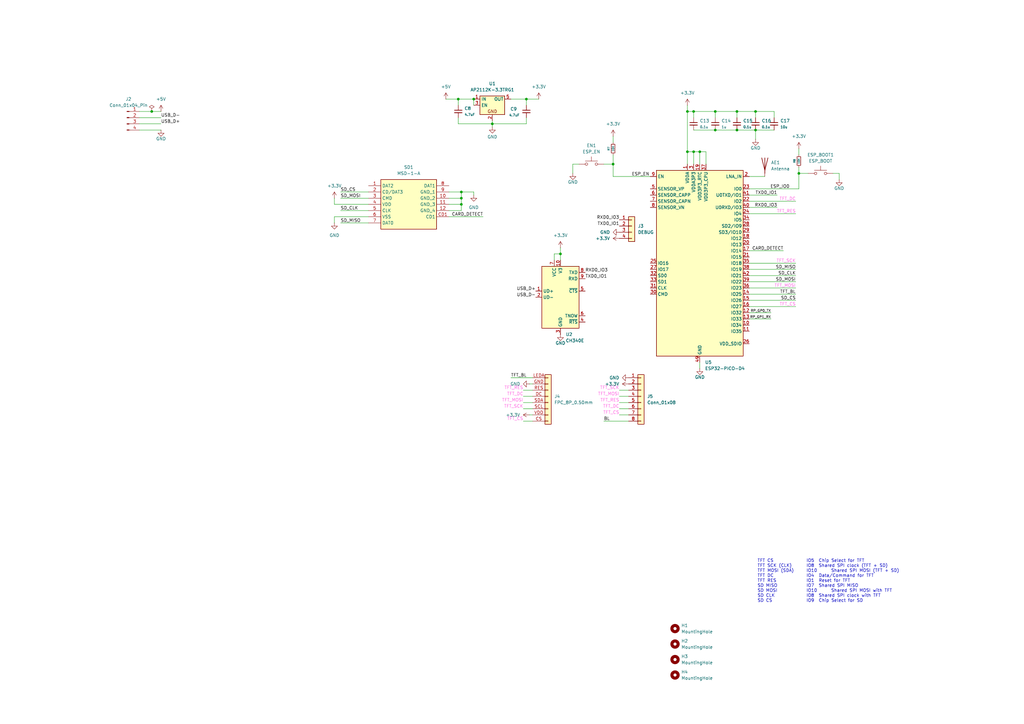
<source format=kicad_sch>
(kicad_sch (version 20250114) (generator "eeschema") (generator_version "9.0")
  (paper "A3")
  (lib_symbols
    (symbol "Connector:Conn_01x04_Pin" (pin_names (offset 1.016) (hide yes))
      (property "Reference" "J" (at 0 5.08 0))
      (property "Value" "Conn_01x04_Pin" (at 0 -7.62 0))
      (symbol "Conn_01x04_Pin_1_1"
        (rectangle (start 0.8636 2.667) (end 0 2.413) (stroke (width 0.1524)) (fill (type outline)))
        (rectangle (start 0.8636 0.127) (end 0 -0.127) (stroke (width 0.1524)) (fill (type outline)))
        (rectangle (start 0.8636 -2.413) (end 0 -2.667) (stroke (width 0.1524)) (fill (type outline)))
        (rectangle (start 0.8636 -4.953) (end 0 -5.207) (stroke (width 0.1524)) (fill (type outline)))
        (polyline (pts (xy 1.27 2.54) (xy 0.8636 2.54)) (stroke (width 0.1524)))
        (polyline (pts (xy 1.27 0) (xy 0.8636 0)) (stroke (width 0.1524)))
        (polyline (pts (xy 1.27 -2.54) (xy 0.8636 -2.54)) (stroke (width 0.1524)))
        (polyline (pts (xy 1.27 -5.08) (xy 0.8636 -5.08)) (stroke (width 0.1524)))
        (pin passive line (at 5.08 2.54 180) (length 3.81) (name "Pin_1") (number "1"))
        (pin passive line (at 5.08 0 180) (length 3.81) (name "Pin_2") (number "2"))
        (pin passive line (at 5.08 -2.54 180) (length 3.81) (name "Pin_3") (number "3"))
        (pin passive line (at 5.08 -5.08 180) (length 3.81) (name "Pin_4") (number "4"))
      )
    )
    (symbol "Device:Antenna" (pin_numbers (hide yes)) (pin_names (offset 1.016) (hide yes))
      (property "Reference" "AE" (at -1.905 1.905 0))
      (property "Value" "Antenna" (at -1.905 0 0))
      (symbol "Antenna_0_1"
        (polyline (pts (xy 0 2.54) (xy 0 -3.81)) (stroke (width 0.254)))
        (polyline (pts (xy 1.27 2.54) (xy 0 -2.54) (xy -1.27 2.54)) (stroke (width 0.254)))
      )
      (symbol "Antenna_1_1"
        (pin input line (at 0 -5.08 90) (length 2.54) (name "A") (number "1"))
      )
    )
    (symbol "Interface_USB:CH340E"
      (property "Reference" "U" (at -5.08 13.97 0))
      (property "Value" "CH340E" (at 1.27 13.97 0))
      (symbol "CH340E_0_1"
        (rectangle (start -7.62 12.7) (end 7.62 -12.7) (stroke (width 0.254)) (fill (type background)))
      )
      (symbol "CH340E_1_1"
        (pin bidirectional line (at -10.16 2.54 0) (length 2.54) (name "UD+") (number "1"))
        (pin bidirectional line (at -10.16 0 0) (length 2.54) (name "UD-") (number "2"))
        (pin power_in line (at -2.54 15.24 270) (length 2.54) (name "VCC") (number "7"))
        (pin power_out line (at 0 15.24 270) (length 2.54) (name "V3") (number "10"))
        (pin power_in line (at 0 -15.24 90) (length 2.54) (name "GND") (number "3"))
        (pin output line (at 10.16 10.16 180) (length 2.54) (name "TXD") (number "8"))
        (pin input line (at 10.16 7.62 180) (length 2.54) (name "RXD") (number "9"))
        (pin input line (at 10.16 2.54 180) (length 2.54) (name "~{CTS}") (number "5"))
        (pin output line (at 10.16 -7.62 180) (length 2.54) (name "TNOW") (number "6"))
        (pin output line (at 10.16 -10.16 180) (length 2.54) (name "~{RTS}") (number "4"))
      )
    )
    (symbol "MCU_Espressif:ESP32-PICO-D4"
      (property "Reference" "U" (at -17.78 39.37 0))
      (property "Value" "ESP32-PICO-D4" (at 3.81 39.37 0))
      (symbol "ESP32-PICO-D4_0_0"
        (pin input line (at -20.32 35.56 0) (length 2.54) (name "EN") (number "9"))
        (pin input line (at -20.32 30.48 0) (length 2.54) (name "SENSOR_VP") (number "5"))
        (pin input line (at -20.32 27.94 0) (length 2.54) (name "SENSOR_CAPP") (number "6"))
        (pin input line (at -20.32 25.4 0) (length 2.54) (name "SENSOR_CAPN") (number "7"))
        (pin input line (at -20.32 22.86 0) (length 2.54) (name "SENSOR_VN") (number "8"))
        (pin bidirectional line (at -20.32 0 0) (length 2.54) (name "IO16") (number "25"))
        (pin bidirectional line (at -20.32 -2.54 0) (length 2.54) (name "IO17") (number "27"))
        (pin bidirectional line (at -20.32 -5.08 0) (length 2.54) (name "SD0") (number "32"))
        (pin bidirectional line (at -20.32 -7.62 0) (length 2.54) (name "SD1") (number "33"))
        (pin bidirectional line (at -20.32 -10.16 0) (length 2.54) (name "CLK") (number "31"))
        (pin bidirectional line (at -20.32 -12.7 0) (length 2.54) (name "CMD") (number "30"))
        (pin no_connect line (at -17.78 -25.4 0) (length 2.54) (hide yes) (name "XTAL_N_NC") (number "44"))
        (pin no_connect line (at -17.78 -27.94 0) (length 2.54) (hide yes) (name "XTAL_P_NC") (number "45"))
        (pin no_connect line (at -17.78 -30.48 0) (length 2.54) (hide yes) (name "CAP2_NC") (number "47"))
        (pin no_connect line (at -17.78 -33.02 0) (length 2.54) (hide yes) (name "CAP1_NC") (number "48"))
        (pin power_in line (at -5.08 40.64 270) (length 2.54) (name "VDDA") (number "1"))
        (pin passive line (at -5.08 40.64 270) (length 2.54) (hide yes) (name "VDDA") (number "43"))
        (pin passive line (at -5.08 40.64 270) (length 2.54) (hide yes) (name "VDDA") (number "46"))
        (pin power_in line (at -2.54 40.64 270) (length 2.54) (name "VDDA3P3") (number "3"))
        (pin passive line (at -2.54 40.64 270) (length 2.54) (hide yes) (name "VDDA3P3") (number "4"))
        (pin power_in line (at 0 40.64 270) (length 2.54) (name "VDD3P3_RTC") (number "19"))
        (pin power_in line (at 0 -40.64 90) (length 2.54) (name "GND") (number "49"))
        (pin power_in line (at 2.54 40.64 270) (length 2.54) (name "VDD3P3_CPU") (number "37"))
        (pin bidirectional line (at 20.32 35.56 180) (length 2.54) (name "LNA_IN") (number "2"))
        (pin bidirectional line (at 20.32 30.48 180) (length 2.54) (name "IO0") (number "23"))
        (pin bidirectional line (at 20.32 27.94 180) (length 2.54) (name "U0TXD/IO1") (number "41"))
        (pin bidirectional line (at 20.32 25.4 180) (length 2.54) (name "IO2") (number "22"))
        (pin bidirectional line (at 20.32 22.86 180) (length 2.54) (name "U0RXD/IO3") (number "40"))
        (pin bidirectional line (at 20.32 20.32 180) (length 2.54) (name "IO4") (number "24"))
        (pin bidirectional line (at 20.32 17.78 180) (length 2.54) (name "IO5") (number "34"))
        (pin bidirectional line (at 20.32 15.24 180) (length 2.54) (name "SD2/IO9") (number "28"))
        (pin bidirectional line (at 20.32 12.7 180) (length 2.54) (name "SD3/IO10") (number "29"))
        (pin bidirectional line (at 20.32 10.16 180) (length 2.54) (name "IO12") (number "18"))
        (pin bidirectional line (at 20.32 7.62 180) (length 2.54) (name "IO13") (number "20"))
        (pin bidirectional line (at 20.32 5.08 180) (length 2.54) (name "IO14") (number "17"))
        (pin bidirectional line (at 20.32 2.54 180) (length 2.54) (name "IO15") (number "21"))
        (pin bidirectional line (at 20.32 0 180) (length 2.54) (name "IO18") (number "35"))
        (pin bidirectional line (at 20.32 -2.54 180) (length 2.54) (name "IO19") (number "38"))
        (pin bidirectional line (at 20.32 -5.08 180) (length 2.54) (name "IO21") (number "42"))
        (pin bidirectional line (at 20.32 -7.62 180) (length 2.54) (name "IO22") (number "39"))
        (pin bidirectional line (at 20.32 -10.16 180) (length 2.54) (name "IO23") (number "36"))
        (pin bidirectional line (at 20.32 -12.7 180) (length 2.54) (name "IO25") (number "14"))
        (pin bidirectional line (at 20.32 -15.24 180) (length 2.54) (name "IO26") (number "15"))
        (pin bidirectional line (at 20.32 -17.78 180) (length 2.54) (name "IO27") (number "16"))
        (pin bidirectional line (at 20.32 -20.32 180) (length 2.54) (name "IO32") (number "12"))
        (pin bidirectional line (at 20.32 -22.86 180) (length 2.54) (name "IO33") (number "13"))
        (pin input line (at 20.32 -25.4 180) (length 2.54) (name "IO34") (number "10"))
        (pin input line (at 20.32 -27.94 180) (length 2.54) (name "IO35") (number "11"))
        (pin power_out line (at 20.32 -33.02 180) (length 2.54) (name "VDD_SDIO") (number "26"))
      )
      (symbol "ESP32-PICO-D4_0_1"
        (rectangle (start -17.78 38.1) (end 17.78 -38.1) (stroke (width 0.254)) (fill (type background)))
      )
    )
    (symbol "MSD-1-A:MSD-1-A"
      (property "Reference" "J" (at 29.21 7.62 0))
      (property "Value" "MSD-1-A" (at 29.21 5.08 0))
      (symbol "MSD-1-A_1_1"
        (rectangle (start 5.08 2.54) (end 27.94 -17.78) (stroke (width 0.254)) (fill (type background)))
        (pin passive line (at 0 0 0) (length 5.08) (name "DAT2") (number "1"))
        (pin passive line (at 0 -2.54 0) (length 5.08) (name "CD/DAT3") (number "2"))
        (pin passive line (at 0 -5.08 0) (length 5.08) (name "CMD") (number "3"))
        (pin passive line (at 0 -7.62 0) (length 5.08) (name "VDD") (number "4"))
        (pin passive line (at 0 -10.16 0) (length 5.08) (name "CLK") (number "5"))
        (pin passive line (at 0 -12.7 0) (length 5.08) (name "VSS") (number "6"))
        (pin passive line (at 0 -15.24 0) (length 5.08) (name "DAT0") (number "7"))
        (pin passive line (at 33.02 0 180) (length 5.08) (name "DAT1") (number "8"))
        (pin passive line (at 33.02 -2.54 180) (length 5.08) (name "GND_1") (number "9"))
        (pin passive line (at 33.02 -5.08 180) (length 5.08) (name "GND_2") (number "10"))
        (pin passive line (at 33.02 -7.62 180) (length 5.08) (name "GND_3") (number "11"))
        (pin passive line (at 33.02 -10.16 180) (length 5.08) (name "GND_4") (number "12"))
        (pin passive line (at 33.02 -12.7 180) (length 5.08) (name "CD1") (number "CD1"))
      )
    )
    (symbol "Mars_Library:C_0603" (pin_numbers (hide yes)) (pin_names (offset 0.254) (hide yes))
      (property "Reference" "C" (at 0.254 1.778 0))
      (property "Value" "C" (at 0.254 -2.032 0))
      (symbol "C_0603_0_1"
        (polyline (pts (xy -1.524 0.508) (xy 1.524 0.508)) (stroke (width 0.3048)))
        (polyline (pts (xy -1.524 -0.508) (xy 1.524 -0.508)) (stroke (width 0.3302)))
      )
      (symbol "C_0603_1_1"
        (pin passive line (at 0 2.54 270) (length 2.032) (name "~") (number "1"))
        (pin passive line (at 0 -2.54 90) (length 2.032) (name "~") (number "2"))
      )
    )
    (symbol "Mars_Library:C_0805" (pin_numbers (hide yes)) (pin_names (offset 0.254) (hide yes))
      (property "Reference" "C" (at 0.254 1.778 0))
      (property "Value" "C" (at 0.254 -2.032 0))
      (symbol "C_0805_0_1"
        (polyline (pts (xy -1.524 0.508) (xy 1.524 0.508)) (stroke (width 0.3048)))
        (polyline (pts (xy -1.524 -0.508) (xy 1.524 -0.508)) (stroke (width 0.3302)))
      )
      (symbol "C_0805_1_1"
        (pin passive line (at 0 2.54 270) (length 2.032) (name "~") (number "1"))
        (pin passive line (at 0 -2.54 90) (length 2.032) (name "~") (number "2"))
      )
    )
    (symbol "Mars_Library:Conn_FPC_8P_0.5mm" (pin_names (offset 1.016) (hide yes))
      (property "Reference" "J3" (at 2.54 0.0001 0))
      (property "Value" "FPC_8P_0.50mm" (at 2.54 -2.5399 0))
      (symbol "Conn_FPC_8P_0.5mm_1_1"
        (rectangle (start -1.27 8.89) (end 1.27 -11.43) (stroke (width 0.254)) (fill (type background)))
        (rectangle (start -1.27 7.747) (end 0 7.493) (stroke (width 0.1524)))
        (rectangle (start -1.27 5.207) (end 0 4.953) (stroke (width 0.1524)))
        (rectangle (start -1.27 2.667) (end 0 2.413) (stroke (width 0.1524)))
        (rectangle (start -1.27 0.127) (end 0 -0.127) (stroke (width 0.1524)))
        (rectangle (start -1.27 -2.413) (end 0 -2.667) (stroke (width 0.1524)))
        (rectangle (start -1.27 -4.953) (end 0 -5.207) (stroke (width 0.1524)))
        (rectangle (start -1.27 -7.493) (end 0 -7.747) (stroke (width 0.1524)))
        (rectangle (start -1.27 -10.033) (end 0 -10.287) (stroke (width 0.1524)))
        (pin passive line (at -6.35 7.62 0) (length 5.08) (name "Pin_1") (number "LEDA"))
        (pin passive line (at -6.35 5.08 0) (length 5.08) (name "Pin_2") (number "GND"))
        (pin passive line (at -6.35 2.54 0) (length 5.08) (name "Pin_3") (number "RES"))
        (pin passive line (at -6.35 0 0) (length 5.08) (name "Pin_4") (number "DC"))
        (pin passive line (at -6.35 -2.54 0) (length 5.08) (name "Pin_5") (number "SDA"))
        (pin passive line (at -6.35 -5.08 0) (length 5.08) (name "Pin_6") (number "SCL"))
        (pin passive line (at -6.35 -7.62 0) (length 5.08) (name "Pin_7") (number "VDD"))
        (pin passive line (at -6.35 -10.16 0) (length 5.08) (name "Pin_8") (number "CS"))
      )
    )
    (symbol "Mars_Library:R_0603" (pin_numbers (hide yes)) (pin_names (offset 0.254) (hide yes))
      (property "Reference" "R" (at -1.524 0 90))
      (property "Value" "R" (at 0 0 90))
      (symbol "R_0603_0_1"
        (rectangle (start -0.762 1.778) (end 0.762 -1.778) (stroke (width 0.2032)))
      )
      (symbol "R_0603_1_1"
        (pin passive line (at 0 2.54 270) (length 0.762) (name "~") (number "1"))
        (pin passive line (at 0 -2.54 90) (length 0.762) (name "~") (number "2"))
      )
    )
    (symbol "Mars_Library:SWD_Header_4P" (pin_names (offset 1.016) (hide yes))
      (property "Reference" "J" (at 0 5.08 0))
      (property "Value" "DEBUG" (at 0 -7.62 0))
      (symbol "SWD_Header_4P_1_1"
        (rectangle (start -1.27 3.81) (end 1.27 -6.35) (stroke (width 0.254)) (fill (type background)))
        (rectangle (start -1.27 2.667) (end 0 2.413) (stroke (width 0.1524)))
        (rectangle (start -1.27 0.127) (end 0 -0.127) (stroke (width 0.1524)))
        (rectangle (start -1.27 -2.413) (end 0 -2.667) (stroke (width 0.1524)))
        (rectangle (start -1.27 -4.953) (end 0 -5.207) (stroke (width 0.1524)))
        (pin passive line (at -5.08 2.54 0) (length 3.81) (name "Pin_1") (number "1"))
        (pin passive line (at -5.08 0 0) (length 3.81) (name "Pin_2") (number "2"))
        (pin passive line (at -5.08 -2.54 0) (length 3.81) (name "Pin_3") (number "3"))
        (pin passive line (at -5.08 -5.08 0) (length 3.81) (name "Pin_4") (number "4"))
      )
    )
    (symbol "Mars_Library:SW_Push_Momentary" (pin_numbers (hide yes)) (pin_names (offset 1.016) (hide yes))
      (property "Reference" "SW" (at 1.27 2.54 0))
      (property "Value" "SW_Push_Momentary" (at 0 -1.524 0))
      (symbol "SW_Push_Momentary_0_1"
        (circle (center -2.032 0) (radius 0.508))
        (polyline (pts (xy 0 1.27) (xy 0 3.048)))
        (circle (center 2.032 0) (radius 0.508))
        (polyline (pts (xy 2.54 1.27) (xy -2.54 1.27)))
        (pin passive line (at -5.08 0 0) (length 2.54) (name "1") (number "1"))
        (pin passive line (at 5.08 0 180) (length 2.54) (name "2") (number "2"))
      )
    )
    (symbol "Mechanical:MountingHole" (pin_names (offset 1.016)) (in_bom no)
      (property "Reference" "H" (at 0 5.08 0))
      (property "Value" "MountingHole" (at 0 3.175 0))
      (symbol "MountingHole_0_1"
        (circle (center 0 0) (radius 1.27) (stroke (width 1.27)))
      )
    )
    (symbol "PCM_4ms_Connector:Conn_01x08" (pin_names (offset 1.016) (hide yes))
      (property "Reference" "J" (at 0 10.16 0))
      (property "Value" "Conn_01x08" (at -1.27 -13.97 0))
      (symbol "Conn_01x08_0_0"
        (pin passive line (at -5.08 -2.54 0) (length 3.81) (name "Pin_5") (number "5"))
        (pin passive line (at -5.08 -5.08 0) (length 3.81) (name "Pin_6") (number "6"))
        (pin passive line (at -5.08 -7.62 0) (length 3.81) (name "Pin_7") (number "7"))
        (pin passive line (at -5.08 -10.16 0) (length 3.81) (name "Pin_8") (number "8"))
      )
      (symbol "Conn_01x08_1_1"
        (rectangle (start -1.27 8.89) (end 1.27 -11.43) (stroke (width 0.254)) (fill (type background)))
        (rectangle (start -1.27 7.747) (end 0 7.493) (stroke (width 0.1524)))
        (rectangle (start -1.27 5.207) (end 0 4.953) (stroke (width 0.1524)))
        (rectangle (start -1.27 2.667) (end 0 2.413) (stroke (width 0.1524)))
        (rectangle (start -1.27 0.127) (end 0 -0.127) (stroke (width 0.1524)))
        (rectangle (start -1.27 -2.413) (end 0 -2.667) (stroke (width 0.1524)))
        (rectangle (start -1.27 -4.953) (end 0 -5.207) (stroke (width 0.1524)))
        (rectangle (start -1.27 -7.493) (end 0 -7.747) (stroke (width 0.1524)))
        (rectangle (start -1.27 -10.033) (end 0 -10.287) (stroke (width 0.1524)))
        (pin passive line (at -5.08 7.62 0) (length 3.81) (name "Pin_1") (number "1"))
        (pin passive line (at -5.08 5.08 0) (length 3.81) (name "Pin_2") (number "2"))
        (pin passive line (at -5.08 2.54 0) (length 3.81) (name "Pin_3") (number "3"))
        (pin passive line (at -5.08 0 0) (length 3.81) (name "Pin_4") (number "4"))
      )
    )
    (symbol "PCM_4ms_Power-symbol:+3.3V" (power) (pin_names (offset 0))
      (property "Value" "+3.3V" (at 0 3.556 0))
      (symbol "+3.3V_0_1"
        (polyline (pts (xy -0.762 1.27) (xy 0 2.54)))
        (polyline (pts (xy 0 2.54) (xy 0.762 1.27)))
        (polyline (pts (xy 0 0) (xy 0 2.54)))
      )
      (symbol "+3.3V_1_1"
        (pin power_in line (at 0 0 90) (length 0) (hide yes) (name "+3V3") (number "1"))
      )
    )
    (symbol "PCM_Voltage_Regulator_AKL:AP2112K-3.3TRG1"
      (property "Reference" "U" (at 0 8.89 0))
      (property "Value" "AP2112K-3.3TRG1" (at 0 6.35 0))
      (symbol "AP2112K-3.3TRG1_0_0"
        (rectangle (start -5.08 3.81) (end 5.08 -3.81) (stroke (width 0.254)) (fill (type background)))
        (text "GND" (at 0 -2.54 0) (effects (font (size 1.27 1.27))))
      )
      (symbol "AP2112K-3.3TRG1_1_1"
        (pin power_in line (at -7.62 2.54 0) (length 2.54) (name "IN") (number "1"))
        (pin input line (at -7.62 0 0) (length 2.54) (name "EN") (number "3"))
        (pin free line (at 0 0 0) (length 2.54) (hide yes) (name "NC") (number "4"))
        (pin power_in line (at 0 -6.35 90) (length 2.54) (name "~") (number "2"))
        (pin power_out line (at 7.62 2.54 180) (length 2.54) (name "OUT") (number "5"))
      )
    )
    (symbol "power:+3V3" (power) (pin_numbers (hide yes)) (pin_names (offset 0) (hide yes))
      (property "Value" "+3V3" (at 0 3.556 0))
      (symbol "+3V3_0_1"
        (polyline (pts (xy -0.762 1.27) (xy 0 2.54)))
        (polyline (pts (xy 0 2.54) (xy 0.762 1.27)))
        (polyline (pts (xy 0 0) (xy 0 2.54)))
      )
      (symbol "+3V3_1_1"
        (pin power_in line (at 0 0 90) (length 0) (name "~") (number "1"))
      )
    )
    (symbol "power:+5V" (power) (pin_numbers (hide yes)) (pin_names (offset 0) (hide yes))
      (property "Value" "+5V" (at 0 3.556 0))
      (symbol "+5V_0_1"
        (polyline (pts (xy -0.762 1.27) (xy 0 2.54)))
        (polyline (pts (xy 0 2.54) (xy 0.762 1.27)))
        (polyline (pts (xy 0 0) (xy 0 2.54)))
      )
      (symbol "+5V_1_1"
        (pin power_in line (at 0 0 90) (length 0) (name "~") (number "1"))
      )
    )
    (symbol "power:GND" (power) (pin_numbers (hide yes)) (pin_names (offset 0) (hide yes))
      (property "Value" "GND" (at 0 -3.81 0))
      (symbol "GND_0_1"
        (polyline (pts (xy 0 0) (xy 0 -1.27) (xy 1.27 -1.27) (xy 0 -2.54) (xy -1.27 -1.27) (xy 0 -1.27)))
      )
      (symbol "GND_1_1"
        (pin power_in line (at 0 0 270) (length 0) (name "~") (number "1"))
      )
    )
    (symbol "power:PWR_FLAG" (power) (pin_numbers (hide yes)) (pin_names (offset 0) (hide yes))
      (property "Value" "PWR_FLAG" (at 0 3.81 0))
      (symbol "PWR_FLAG_0_0"
        (pin power_out line (at 0 0 90) (length 0) (name "~") (number "1"))
      )
      (symbol "PWR_FLAG_0_1"
        (polyline (pts (xy 0 0) (xy 0 1.27) (xy -1.016 1.905) (xy 0 2.54) (xy 1.016 1.905) (xy 0 1.27)))
      )
    )
    (symbol "power:VBUS" (power) (pin_numbers (hide yes)) (pin_names (offset 0) (hide yes))
      (property "Value" "VBUS" (at 0 3.556 0))
      (symbol "VBUS_0_1"
        (polyline (pts (xy -0.762 1.27) (xy 0 2.54)))
        (polyline (pts (xy 0 2.54) (xy 0.762 1.27)))
        (polyline (pts (xy 0 0) (xy 0 2.54)))
      )
      (symbol "VBUS_1_1"
        (pin power_in line (at 0 0 90) (length 0) (name "~") (number "1"))
      )
    )
  )
  (text "TFT CS			IO5	Chip Select for TFT\nTFT SCK (CLK)	IO8	Shared SPI clock (TFT + SD)\nTFT MOSI (SDA)	IO10	Shared SPI MOSI (TFT + SD)\nTFT DC			IO4	Data/Command for TFT\nTFT RES			IO1	Reset for TFT\nSD MISO			IO7	Shared SPI MISO\nSD MOSI			IO10	Shared SPI MOSI with TFT\nSD CLK			IO8	Shared SPI clock with TFT\nSD CS			IO9	Chip Select for SD" (at 310.642 238.252 0) (effects (font (size 1.27 1.27)) (justify left)))
  (junction (at 287.02 62.23))
  (junction (at 189.23 78.74))
  (junction (at 327.66 71.12))
  (junction (at 284.48 62.23))
  (junction (at 293.37 53.34))
  (junction (at 187.96 40.64))
  (junction (at 215.9 40.64))
  (junction (at 284.48 45.72))
  (junction (at 201.93 50.8))
  (junction (at 189.23 83.82))
  (junction (at 302.26 45.72))
  (junction (at 62.23 45.72))
  (junction (at 281.94 45.72))
  (junction (at 189.23 81.28))
  (junction (at 229.87 104.14))
  (junction (at 309.88 53.34))
  (junction (at 293.37 45.72))
  (junction (at 281.94 62.23))
  (junction (at 251.46 67.31))
  (junction (at 302.26 53.34))
  (junction (at 194.31 40.64))
  (junction (at 309.88 45.72))
  (wire (pts (xy 215.9 43.18) (xy 215.9 40.64)))
  (wire (pts (xy 247.65 67.31) (xy 251.46 67.31)))
  (wire (pts (xy 189.23 83.82) (xy 189.23 81.28)))
  (wire (pts (xy 254 160.02) (xy 257.81 160.02)))
  (wire (pts (xy 184.15 86.36) (xy 189.23 86.36)))
  (wire (pts (xy 137.16 81.28) (xy 137.16 83.82)))
  (wire (pts (xy 281.94 62.23) (xy 281.94 67.31)))
  (wire (pts (xy 317.5 45.72) (xy 317.5 48.26)))
  (wire (pts (xy 307.34 80.01) (xy 318.77 80.01)))
  (wire (pts (xy 57.15 45.72) (xy 62.23 45.72)))
  (wire (pts (xy 184.15 78.74) (xy 189.23 78.74)))
  (wire (pts (xy 57.15 48.26) (xy 66.04 48.26)))
  (wire (pts (xy 187.96 50.8) (xy 201.93 50.8)))
  (wire (pts (xy 254 165.1) (xy 257.81 165.1)))
  (wire (pts (xy 287.02 151.13) (xy 287.02 148.59)))
  (wire (pts (xy 227.33 104.14) (xy 227.33 106.68)))
  (wire (pts (xy 251.46 55.88) (xy 251.46 58.42)))
  (wire (pts (xy 187.96 43.18) (xy 187.96 40.64)))
  (wire (pts (xy 307.34 77.47) (xy 327.66 77.47)))
  (wire (pts (xy 189.23 86.36) (xy 189.23 83.82)))
  (wire (pts (xy 251.46 72.39) (xy 266.7 72.39)))
  (wire (pts (xy 137.16 88.9) (xy 137.16 91.44)))
  (wire (pts (xy 139.7 86.36) (xy 151.13 86.36)))
  (wire (pts (xy 139.7 91.44) (xy 151.13 91.44)))
  (wire (pts (xy 327.66 68.58) (xy 327.66 71.12)))
  (wire (pts (xy 214.63 160.02) (xy 218.44 160.02)))
  (wire (pts (xy 284.48 45.72) (xy 284.48 48.26)))
  (wire (pts (xy 307.34 110.49) (xy 326.39 110.49)))
  (wire (pts (xy 293.37 48.26) (xy 293.37 45.72)))
  (wire (pts (xy 194.31 80.01) (xy 194.31 78.74)))
  (wire (pts (xy 284.48 62.23) (xy 287.02 62.23)))
  (wire (pts (xy 251.46 67.31) (xy 251.46 72.39)))
  (wire (pts (xy 201.93 52.07) (xy 201.93 50.8)))
  (wire (pts (xy 234.95 71.12) (xy 234.95 67.31)))
  (wire (pts (xy 209.55 40.64) (xy 215.9 40.64)))
  (wire (pts (xy 284.48 62.23) (xy 281.94 62.23)))
  (wire (pts (xy 284.48 45.72) (xy 293.37 45.72)))
  (wire (pts (xy 184.15 88.9) (xy 198.12 88.9)))
  (wire (pts (xy 309.88 53.34) (xy 317.5 53.34)))
  (wire (pts (xy 307.34 72.39) (xy 313.69 72.39)))
  (wire (pts (xy 281.94 45.72) (xy 281.94 62.23)))
  (wire (pts (xy 57.15 50.8) (xy 66.04 50.8)))
  (wire (pts (xy 327.66 60.96) (xy 327.66 63.5)))
  (wire (pts (xy 307.34 130.81) (xy 316.23 130.81)))
  (wire (pts (xy 307.34 120.65) (xy 326.39 120.65)))
  (wire (pts (xy 307.34 82.55) (xy 326.39 82.55)))
  (wire (pts (xy 293.37 45.72) (xy 302.26 45.72)))
  (wire (pts (xy 287.02 62.23) (xy 289.56 62.23)))
  (wire (pts (xy 307.34 107.95) (xy 326.39 107.95)))
  (wire (pts (xy 151.13 83.82) (xy 137.16 83.82)))
  (wire (pts (xy 209.55 154.94) (xy 218.44 154.94)))
  (wire (pts (xy 302.26 45.72) (xy 302.26 48.26)))
  (wire (pts (xy 327.66 71.12) (xy 327.66 77.47)))
  (wire (pts (xy 187.96 40.64) (xy 194.31 40.64)))
  (wire (pts (xy 293.37 53.34) (xy 302.26 53.34)))
  (wire (pts (xy 251.46 63.5) (xy 251.46 67.31)))
  (wire (pts (xy 284.48 62.23) (xy 284.48 67.31)))
  (wire (pts (xy 189.23 78.74) (xy 189.23 81.28)))
  (wire (pts (xy 214.63 167.64) (xy 218.44 167.64)))
  (wire (pts (xy 187.96 48.26) (xy 187.96 50.8)))
  (wire (pts (xy 151.13 88.9) (xy 137.16 88.9)))
  (wire (pts (xy 284.48 53.34) (xy 293.37 53.34)))
  (wire (pts (xy 309.88 53.34) (xy 302.26 53.34)))
  (wire (pts (xy 201.93 50.8) (xy 215.9 50.8)))
  (wire (pts (xy 254 167.64) (xy 257.81 167.64)))
  (wire (pts (xy 229.87 101.6) (xy 229.87 104.14)))
  (wire (pts (xy 327.66 71.12) (xy 331.47 71.12)))
  (wire (pts (xy 214.63 162.56) (xy 218.44 162.56)))
  (wire (pts (xy 302.26 45.72) (xy 309.88 45.72)))
  (wire (pts (xy 281.94 45.72) (xy 284.48 45.72)))
  (wire (pts (xy 217.17 170.18) (xy 218.44 170.18)))
  (wire (pts (xy 307.34 118.11) (xy 326.39 118.11)))
  (wire (pts (xy 194.31 78.74) (xy 189.23 78.74)))
  (wire (pts (xy 307.34 85.09) (xy 318.77 85.09)))
  (wire (pts (xy 307.34 87.63) (xy 326.39 87.63)))
  (wire (pts (xy 151.13 78.74) (xy 139.7 78.74)))
  (wire (pts (xy 309.88 45.72) (xy 317.5 45.72)))
  (wire (pts (xy 227.33 104.14) (xy 229.87 104.14)))
  (wire (pts (xy 307.34 125.73) (xy 326.39 125.73)))
  (wire (pts (xy 247.65 172.72) (xy 257.81 172.72)))
  (wire (pts (xy 182.88 40.64) (xy 187.96 40.64)))
  (wire (pts (xy 254 170.18) (xy 257.81 170.18)))
  (wire (pts (xy 344.17 71.12) (xy 344.17 73.66)))
  (wire (pts (xy 215.9 48.26) (xy 215.9 50.8)))
  (wire (pts (xy 214.63 172.72) (xy 218.44 172.72)))
  (wire (pts (xy 215.9 40.64) (xy 220.98 40.64)))
  (wire (pts (xy 184.15 83.82) (xy 189.23 83.82)))
  (wire (pts (xy 62.23 45.72) (xy 66.04 45.72)))
  (wire (pts (xy 194.31 40.64) (xy 194.31 43.18)))
  (wire (pts (xy 229.87 104.14) (xy 229.87 106.68)))
  (wire (pts (xy 289.56 62.23) (xy 289.56 67.31)))
  (wire (pts (xy 57.15 53.34) (xy 66.04 53.34)))
  (wire (pts (xy 189.23 81.28) (xy 184.15 81.28)))
  (wire (pts (xy 139.7 81.28) (xy 151.13 81.28)))
  (wire (pts (xy 309.88 53.34) (xy 309.88 57.15)))
  (wire (pts (xy 234.95 67.31) (xy 237.49 67.31)))
  (wire (pts (xy 307.34 115.57) (xy 326.39 115.57)))
  (wire (pts (xy 307.34 128.27) (xy 316.23 128.27)))
  (wire (pts (xy 309.88 45.72) (xy 309.88 48.26)))
  (wire (pts (xy 254 162.56) (xy 257.81 162.56)))
  (wire (pts (xy 201.93 50.8) (xy 201.93 49.53)))
  (wire (pts (xy 344.17 71.12) (xy 341.63 71.12)))
  (wire (pts (xy 281.94 43.18) (xy 281.94 45.72)))
  (wire (pts (xy 307.34 113.03) (xy 326.39 113.03)))
  (wire (pts (xy 287.02 62.23) (xy 287.02 67.31)))
  (wire (pts (xy 307.34 123.19) (xy 326.39 123.19)))
  (wire (pts (xy 307.34 102.87) (xy 321.31 102.87)))
  (wire (pts (xy 214.63 165.1) (xy 218.44 165.1)))
  (wire (pts (xy 217.17 157.48) (xy 218.44 157.48)))
  (label "TFT_SCK" (at 214.63 167.64 180))
  (label "TXD0_IO1" (at 240.03 114.3 0))
  (label "TFT_RES" (at 254 165.1 180))
  (label "BL" (at 247.65 172.72 0))
  (label "TFT_CS" (at 326.39 125.73 180))
  (label "TFT_RES" (at 214.63 160.02 180))
  (label "USB_D-" (at 219.71 121.92 180))
  (label "SD_CS" (at 139.7 78.74 0))
  (label "RXD0_IO3" (at 318.77 85.09 180))
  (label "SD_MOSI" (at 326.39 115.57 180))
  (label "SD_CS" (at 326.39 123.19 180))
  (label "RP_GP1_RX" (at 316.23 130.81 180) (effects (font (size 1 1))))
  (label "CARD_DETECT" (at 321.31 102.87 180))
  (label "TFT_CS" (at 254 170.18 180))
  (label "TFT_DC" (at 214.63 162.56 180))
  (label "CARD_DETECT" (at 198.12 88.9 180))
  (label "TXD0_IO1" (at 318.77 80.01 180))
  (label "TFT_BL" (at 326.39 120.65 180))
  (label "SD_MOSI" (at 139.7 81.28 0))
  (label "TFT_BL" (at 209.55 154.94 0))
  (label "ESP_EN" (at 259.08 72.39 0))
  (label "ESP_IO0" (at 323.85 77.47 180))
  (label "SD_CLK" (at 139.7 86.36 0))
  (label "TXD0_IO1" (at 254 92.71 180))
  (label "USB_D+" (at 219.71 119.38 180))
  (label "TFT_SCK" (at 254 160.02 180))
  (label "RXD0_IO3" (at 240.03 111.76 0))
  (label "RP_GP0_TX" (at 316.23 128.27 180) (effects (font (size 1 1))))
  (label "TFT_RES" (at 326.39 87.63 180))
  (label "TFT_SCK" (at 326.39 107.95 180))
  (label "TFT_DC" (at 254 167.64 180))
  (label "USB_D-" (at 66.04 48.26 0))
  (label "TFT_CS" (at 214.63 172.72 180))
  (label "SD_CLK" (at 326.39 113.03 180))
  (label "RXD0_IO3" (at 254 90.17 180))
  (label "TFT_DC" (at 326.39 82.55 180))
  (label "SD_MISO" (at 139.7 91.44 0))
  (label "SD_MISO" (at 326.39 110.49 180))
  (label "USB_D+" (at 66.04 50.8 0))
  (label "TFT_MOSI" (at 254 162.56 180))
  (label "TFT_MOSI" (at 214.63 165.1 180))
  (label "TFT_MOSI" (at 326.39 118.11 180))
  (symbol (lib_id "PCM_Voltage_Regulator_AKL:AP2112K-3.3TRG1") (at 201.93 43.18 0) (unit 1)
    (property "Reference" "U1" (at 201.93 34.29 0))
    (property "Value" "AP2112K-3.3TRG1" (at 201.93 36.83 0))
    (property "Footprint" "PCM_Package_TO_SOT_SMD_AKL:SOT-23-5" (effects (hide yes)))
    (property "Datasheet" "https://www.diodes.com/assets/Datasheets/AP2112.pdf" (effects (hide yes)))
    (property "Description" "SOT-23-5 3.3V 600mA low dropout voltage regulator with enable, Alternate KiCad Library" (effects (hide yes)))
  )
  (symbol (lib_id "power:GND") (at 217.17 157.48 270) (unit 1)
    (property "Reference" "#PWR036" (effects (hide yes)))
    (property "Value" "GND" (at 211.328 157.48 90))
    (property "Description" "Power symbol creates a global label with name \"GND\" , ground" (effects (hide yes)))
  )
  (symbol (lib_id "Connector:Conn_01x04_Pin") (at 52.07 48.26 0) (unit 1)
    (property "Reference" "J2" (at 52.705 40.64 0))
    (property "Value" "Conn_01x04_Pin" (at 52.705 43.18 0))
    (property "Description" "Generic connector, single row, 01x04, script generated" (effects (hide yes)))
  )
  (symbol (lib_id "PCM_4ms_Power-symbol:+3.3V") (at 217.17 170.18 90) (unit 1)
    (property "Reference" "#PWR038" (effects (hide yes)))
    (property "Value" "+3.3V" (at 213.36 170.1799 90) (effects (justify left)))
  )
  (symbol (lib_id "Mars_Library:C_0603") (at 309.88 50.8 0) (unit 1)
    (property "Reference" "C16" (at 312.42 49.5362 0) (effects (justify left)))
    (property "Value" "0.1u" (at 312.42 52.0763 0) (effects (font (size 1 1)) (justify left)))
    (property "Footprint" "Capacitor_SMD:C_0603_1608Metric_Pad1.08x0.95mm_HandSolder" (effects (hide yes)))
    (property "Description" "Unpolarized capacitor, small symbol" (effects (hide yes)))
  )
  (symbol (lib_id "Mars_Library:C_0603") (at 317.5 50.8 0) (unit 1)
    (property "Reference" "C17" (at 320.04 49.5362 0) (effects (justify left)))
    (property "Value" "10u" (at 320.04 52.0763 0) (effects (font (size 1 1)) (justify left)))
    (property "Footprint" "Capacitor_SMD:C_0603_1608Metric_Pad1.08x0.95mm_HandSolder" (effects (hide yes)))
    (property "Description" "Unpolarized capacitor, small symbol" (effects (hide yes)))
  )
  (symbol (lib_id "power:GND") (at 229.87 137.16 0) (unit 1)
    (property "Reference" "#PWR01" (effects (hide yes)))
    (property "Value" "GND" (at 229.87 140.716 0))
    (property "Description" "Power symbol creates a global label with name \"GND\" , ground" (effects (hide yes)))
  )
  (symbol (lib_id "MSD-1-A:MSD-1-A") (at 151.13 76.2 0) (unit 1)
    (property "Reference" "SD1" (at 167.64 68.58 0))
    (property "Value" "MSD-1-A" (at 167.64 71.12 0))
    (property "Footprint" "MSD1A" (effects (hide yes)))
    (property "Datasheet" "https://www.sameskydevices.com/product/resource/msd-1-a.pdf" (effects (hide yes)))
    (property "Description" "Micro SD Card Connector, 9 Positions, Connector and Ejector, Push In, Auto Eject Out, Surface Mount, 1.8 mm Height Above Board, Gold Flash" (effects (hide yes)))
    (property "Height" "2" (effects (hide yes)))
    (property "Manufacturer_Name" "Same Sky" (effects (hide yes)))
    (property "Manufacturer_Part_Number" "MSD-1-A" (effects (hide yes)))
    (property "Mouser Part Number" "179-MSD-1-A" (effects (hide yes)))
    (property "Mouser Price/Stock" "https://www.mouser.co.uk/ProductDetail/Same-Sky/MSD-1-A?qs=Z%252BL2brAPG1Ip18XLC4tUPQ%3D%3D" (effects (hide yes)))
    (property "Arrow Part Number" "MSD-1-A" (effects (hide yes)))
    (property "Arrow Price/Stock" "https://www.arrow.com/en/products/msd-1-a/cui-devices?utm_currency=USD&region=nac" (effects (hide yes)))
  )
  (symbol (lib_id "Device:Antenna") (at 313.69 67.31 0) (unit 1)
    (property "Reference" "AE1" (at 316.23 66.6749 0) (effects (justify left)))
    (property "Value" "Antenna" (at 316.23 69.2149 0) (effects (justify left)))
    (property "Footprint" "ESP_Antenna:ESPRESSIF_ESP32_MIFA_2.4GHz_Right" (effects (hide yes)))
    (property "Description" "Antenna" (effects (hide yes)))
  )
  (symbol (lib_id "power:GND") (at 66.04 53.34 0) (unit 1)
    (property "Reference" "#PWR08" (effects (hide yes)))
    (property "Value" "GND" (at 66.04 56.896 0))
    (property "Description" "Power symbol creates a global label with name \"GND\" , ground" (effects (hide yes)))
  )
  (symbol (lib_id "PCM_4ms_Power-symbol:+3.3V") (at 254 97.79 90) (unit 1)
    (property "Reference" "#PWR035" (effects (hide yes)))
    (property "Value" "+3.3V" (at 250.19 97.7899 90) (effects (justify left)))
  )
  (symbol (lib_id "Mars_Library:C_0805") (at 215.9 45.72 0) (unit 1)
    (property "Reference" "C9" (at 209.296 44.704 0) (effects (justify left)))
    (property "Value" "4.7uF" (at 208.788 47.2441 0) (effects (font (size 1 1)) (justify left)))
    (property "Footprint" "Capacitor_SMD:C_0805_2012Metric" (effects (hide yes)))
    (property "Description" "Unpolarized capacitor, small symbol" (effects (hide yes)))
  )
  (symbol (lib_id "power:+3V3") (at 281.94 43.18 0) (unit 1)
    (property "Reference" "#PWR026" (effects (hide yes)))
    (property "Value" "+3.3V" (at 281.94 38.1 0))
    (property "Description" "Power symbol creates a global label with name \"+3V3\"" (effects (hide yes)))
  )
  (symbol (lib_id "Mars_Library:C_0603") (at 302.26 50.8 0) (unit 1)
    (property "Reference" "C15" (at 304.8 49.5362 0) (effects (justify left)))
    (property "Value" "0.1u" (at 304.8 52.0763 0) (effects (font (size 1 1)) (justify left)))
    (property "Footprint" "Capacitor_SMD:C_0603_1608Metric_Pad1.08x0.95mm_HandSolder" (effects (hide yes)))
    (property "Description" "Unpolarized capacitor, small symbol" (effects (hide yes)))
  )
  (symbol (lib_id "PCM_4ms_Power-symbol:+3.3V") (at 220.98 40.64 0) (unit 1)
    (property "Reference" "#PWR03" (effects (hide yes)))
    (property "Value" "+3.3V" (at 220.98 35.56 0))
  )
  (symbol (lib_id "Mechanical:MountingHole") (at 276.86 257.81 0) (unit 1) (in_bom no)
    (property "Reference" "H1" (at 279.4 256.5399 0) (effects (justify left)))
    (property "Value" "MountingHole" (at 279.4 259.0799 0) (effects (justify left)))
    (property "Footprint" "MountingHole:MountingHole_2.2mm_M2" (effects (hide yes)))
    (property "Description" "Mounting Hole without connection" (effects (hide yes)))
  )
  (symbol (lib_id "Mars_Library:C_0805") (at 187.96 45.72 0) (unit 1)
    (property "Reference" "C8" (at 190.5 44.4562 0) (effects (justify left)))
    (property "Value" "4.7uF" (at 190.5 46.9963 0) (effects (font (size 1 1)) (justify left)))
    (property "Footprint" "Capacitor_SMD:C_0805_2012Metric" (effects (hide yes)))
    (property "Description" "Unpolarized capacitor, small symbol" (effects (hide yes)))
  )
  (symbol (lib_id "power:GND") (at 234.95 71.12 0) (unit 1)
    (property "Reference" "#PWR032" (effects (hide yes)))
    (property "Value" "GND" (at 234.95 74.676 0))
    (property "Description" "Power symbol creates a global label with name \"GND\" , ground" (effects (hide yes)))
  )
  (symbol (lib_id "Mechanical:MountingHole") (at 276.86 270.51 0) (unit 1) (in_bom no)
    (property "Reference" "H3" (at 279.4 269.2399 0) (effects (justify left)))
    (property "Value" "MountingHole" (at 279.4 271.7799 0) (effects (justify left)))
    (property "Footprint" "MountingHole:MountingHole_2.2mm_M2" (effects (hide yes)))
    (property "Description" "Mounting Hole without connection" (effects (hide yes)))
  )
  (symbol (lib_id "PCM_4ms_Power-symbol:+3.3V") (at 257.81 157.48 90) (unit 1)
    (property "Reference" "#PWR043" (effects (hide yes)))
    (property "Value" "+3.3V" (at 254 157.4799 90) (effects (justify left)))
  )
  (symbol (lib_id "Mechanical:MountingHole") (at 276.86 276.86 0) (unit 1) (in_bom no)
    (property "Reference" "H4" (at 279.4 275.5899 0) (effects (justify left)))
    (property "Value" "MountingHole" (at 279.4 278.1299 0) (effects (justify left)))
    (property "Footprint" "MountingHole:MountingHole_2.2mm_M2" (effects (hide yes)))
    (property "Description" "Mounting Hole without connection" (effects (hide yes)))
  )
  (symbol (lib_id "Mars_Library:SWD_Header_4P") (at 259.08 92.71 0) (unit 1)
    (property "Reference" "J3" (at 261.62 92.7099 0) (effects (justify left)))
    (property "Value" "DEBUG" (at 261.62 95.2499 0) (effects (justify left)))
    (property "Footprint" "Mars_Library:SWD_Debug_PinHeader_1x04_P2.54mm" (effects (hide yes)))
    (property "Description" "SWD DEBUG HEADER 1x4 MALE PINS 0.100” 180deg" (effects (hide yes)))
    (property "Specifications" "HEADER 1x4 MALE PINS 0.100” 180deg" (effects (hide yes)))
    (property "Manufacturer" "TAD" (effects (hide yes)))
    (property "Part Number" "1-0401FBV0T" (effects (hide yes)))
  )
  (symbol (lib_id "power:VBUS") (at 66.04 45.72 0) (unit 1)
    (property "Reference" "#PWR05" (effects (hide yes)))
    (property "Value" "+5V" (at 66.04 40.64 0))
    (property "Description" "Power symbol creates a global label with name \"VBUS\"" (effects (hide yes)))
  )
  (symbol (lib_id "Mars_Library:C_0603") (at 284.48 50.8 0) (unit 1)
    (property "Reference" "C13" (at 287.02 49.5362 0) (effects (justify left)))
    (property "Value" "0.1u" (at 287.02 52.0763 0) (effects (font (size 1 1)) (justify left)))
    (property "Footprint" "Capacitor_SMD:C_0603_1608Metric_Pad1.08x0.95mm_HandSolder" (effects (hide yes)))
    (property "Description" "Unpolarized capacitor, small symbol" (effects (hide yes)))
  )
  (symbol (lib_id "power:GND") (at 344.17 73.66 0) (unit 1)
    (property "Reference" "#PWR033" (effects (hide yes)))
    (property "Value" "GND" (at 344.17 77.216 0))
    (property "Description" "Power symbol creates a global label with name \"GND\" , ground" (effects (hide yes)))
  )
  (symbol (lib_id "Mars_Library:R_0603") (at 327.66 66.04 180) (unit 1)
    (property "Reference" "R8" (at 325.882 66.04 90) (effects (font (size 0.8 0.8))))
    (property "Value" "10K" (at 327.66 66.04 90) (effects (font (size 0.8 0.8))))
    (property "Footprint" "Mars_Library:R_0603" (effects (hide yes)))
    (property "Description" "Resistor, small symbol" (effects (hide yes)))
  )
  (symbol (lib_id "power:GND") (at 137.16 91.44 0) (unit 1)
    (property "Reference" "#PWR037" (effects (hide yes)))
    (property "Value" "GND" (at 137.16 96.52 0))
    (property "Description" "Power symbol creates a global label with name \"GND\" , ground" (effects (hide yes)))
  )
  (symbol (lib_id "power:+3V3") (at 137.16 81.28 0) (unit 1)
    (property "Reference" "#PWR039" (effects (hide yes)))
    (property "Value" "+3.3V" (at 137.16 76.2 0))
    (property "Description" "Power symbol creates a global label with name \"+3V3\"" (effects (hide yes)))
  )
  (symbol (lib_id "Mechanical:MountingHole") (at 276.86 264.16 0) (unit 1) (in_bom no)
    (property "Reference" "H2" (at 279.4 262.8899 0) (effects (justify left)))
    (property "Value" "MountingHole" (at 279.4 265.4299 0) (effects (justify left)))
    (property "Footprint" "MountingHole:MountingHole_2.2mm_M2" (effects (hide yes)))
    (property "Description" "Mounting Hole without connection" (effects (hide yes)))
  )
  (symbol (lib_id "power:PWR_FLAG") (at 62.23 45.72 0) (unit 1)
    (property "Reference" "#FLG01" (effects (hide yes)))
    (property "Value" "PWR_FLAG" (effects (hide yes)))
    (property "Description" "Special symbol for telling ERC where power comes from" (effects (hide yes)))
  )
  (symbol (lib_id "Mars_Library:C_0603") (at 293.37 50.8 0) (unit 1)
    (property "Reference" "C14" (at 295.91 49.5362 0) (effects (justify left)))
    (property "Value" "1u" (at 295.91 52.0763 0) (effects (font (size 1 1)) (justify left)))
    (property "Footprint" "Capacitor_SMD:C_0603_1608Metric_Pad1.08x0.95mm_HandSolder" (effects (hide yes)))
    (property "Description" "Unpolarized capacitor, small symbol" (effects (hide yes)))
  )
  (symbol (lib_id "power:+3V3") (at 251.46 55.88 0) (unit 1)
    (property "Reference" "#PWR029" (effects (hide yes)))
    (property "Value" "+3.3V" (at 251.46 50.8 0))
    (property "Description" "Power symbol creates a global label with name \"+3V3\"" (effects (hide yes)))
  )
  (symbol (lib_id "power:GND") (at 309.88 57.15 0) (unit 1)
    (property "Reference" "#PWR028" (effects (hide yes)))
    (property "Value" "GND" (at 309.88 60.706 0))
    (property "Description" "Power symbol creates a global label with name \"GND\" , ground" (effects (hide yes)))
  )
  (symbol (lib_id "Mars_Library:R_0603") (at 251.46 60.96 180) (unit 1)
    (property "Reference" "R7" (at 249.682 60.96 90) (effects (font (size 0.8 0.8))))
    (property "Value" "10K" (at 251.46 60.96 90) (effects (font (size 0.8 0.8))))
    (property "Footprint" "Mars_Library:R_0603" (effects (hide yes)))
    (property "Description" "Resistor, small symbol" (effects (hide yes)))
  )
  (symbol (lib_id "power:GND") (at 257.81 154.94 270) (unit 1)
    (property "Reference" "#PWR042" (effects (hide yes)))
    (property "Value" "GND" (at 251.968 154.94 90))
    (property "Description" "Power symbol creates a global label with name \"GND\" , ground" (effects (hide yes)))
  )
  (symbol (lib_id "power:GND") (at 201.93 52.07 0) (unit 1)
    (property "Reference" "#PWR09" (effects (hide yes)))
    (property "Value" "GND" (at 201.93 56.134 0))
    (property "Description" "Power symbol creates a global label with name \"GND\" , ground" (effects (hide yes)))
  )
  (symbol (lib_id "power:+3V3") (at 327.66 60.96 0) (unit 1)
    (property "Reference" "#PWR030" (effects (hide yes)))
    (property "Value" "+3.3V" (at 327.66 55.88 0))
    (property "Description" "Power symbol creates a global label with name \"+3V3\"" (effects (hide yes)))
  )
  (symbol (lib_id "Interface_USB:CH340E") (at 229.87 121.92 0) (unit 1)
    (property "Reference" "U2" (at 232.0133 137.16 0) (effects (justify left)))
    (property "Value" "CH340E" (at 232.0133 139.7 0) (effects (justify left)))
    (property "Footprint" "Package_SO:MSOP-10_3x3mm_P0.5mm" (effects (hide yes)))
    (property "Datasheet" "https://www.mpja.com/download/35227cpdata.pdf" (effects (hide yes)))
    (property "Description" "USB serial converter, UART, MSOP-10" (effects (hide yes)))
  )
  (symbol (lib_id "power:+5V") (at 182.88 40.64 0) (unit 1)
    (property "Reference" "#PWR02" (effects (hide yes)))
    (property "Value" "+5V" (at 182.88 35.56 0))
    (property "Description" "Power symbol creates a global label with name \"+5V\"" (effects (hide yes)))
  )
  (symbol (lib_id "PCM_4ms_Connector:Conn_01x08") (at 262.89 162.56 0) (unit 1)
    (property "Reference" "J5" (at 265.43 162.5599 0) (effects (justify left)))
    (property "Value" "Conn_01x08" (at 265.43 165.0999 0) (effects (justify left)))
    (property "Footprint" "Connector_PinHeader_2.54mm:PinHeader_1x08_P2.54mm_Vertical" (effects (hide yes)))
    (property "Description" "HEADER 1x8 MALE PINS 0.100” 180deg" (effects (hide yes)))
    (property "Specifications" "HEADER 1x8 MALE PINS 0.100” 180deg" (effects (hide yes)))
  )
  (symbol (lib_id "power:+3V3") (at 229.87 101.6 0) (unit 1)
    (property "Reference" "#PWR04" (effects (hide yes)))
    (property "Value" "+3.3V" (at 229.87 96.52 0))
    (property "Description" "Power symbol creates a global label with name \"+3V3\"" (effects (hide yes)))
  )
  (symbol (lib_id "power:GND") (at 194.31 80.01 0) (unit 1)
    (property "Reference" "#PWR044" (effects (hide yes)))
    (property "Value" "GND" (at 194.31 85.09 0))
    (property "Description" "Power symbol creates a global label with name \"GND\" , ground" (effects (hide yes)))
  )
  (symbol (lib_id "MCU_Espressif:ESP32-PICO-D4") (at 287.02 107.95 0) (unit 1)
    (property "Reference" "U5" (at 289.1633 148.59 0) (effects (justify left)))
    (property "Value" "ESP32-PICO-D4" (at 289.1633 151.13 0) (effects (justify left)))
    (property "Footprint" "Package_DFN_QFN:QFN-48-1EP_7x7mm_P0.5mm_EP5.3x5.3mm" (effects (hide yes)))
    (property "Datasheet" "https://www.espressif.com/sites/default/files/documentation/esp32-pico_series_datasheet_en.pdf" (effects (hide yes)))
    (property "Description" "RF Module, ESP32 SoC, 4MB In-Package flash, Wi-Fi 802.11b/g/n, Bluetooth, BLE, 32-bit, 3.0-3.6V, external antenna, QFN-48" (effects (hide yes)))
  )
  (symbol (lib_id "Mars_Library:Conn_FPC_8P_0.5mm") (at 224.79 162.56 0) (unit 1)
    (property "Reference" "J4" (at 227.33 162.5599 0) (effects (justify left)))
    (property "Value" "FPC_8P_0.50mm" (at 227.33 165.0999 0) (effects (justify left)))
    (property "Footprint" "Mars_Library:TFT_FPC_8P_0.5mm" (effects (hide yes)))
    (property "Description" "8 pin, 0.5mm pitch FPC connector" (effects (hide yes)))
  )
  (symbol (lib_id "Mars_Library:SW_Push_Momentary") (at 242.57 67.31 0) (unit 1)
    (property "Reference" "EN1" (at 242.57 59.69 0))
    (property "Value" "ESP_EN" (at 242.57 62.23 0))
    (property "Footprint" "Button_Switch_SMD:SW_SPST_EVQP2_MiddlePushTravel_H2.5mm" (effects (hide yes)))
    (property "Description" "Push button switch, generic, two pins" (effects (hide yes)))
  )
  (symbol (lib_id "Mars_Library:SW_Push_Momentary") (at 336.55 71.12 0) (unit 1)
    (property "Reference" "ESP_BOOT1" (at 336.55 63.5 0))
    (property "Value" "ESP_BOOT" (at 336.55 66.04 0))
    (property "Footprint" "Button_Switch_SMD:SW_SPST_EVQP2_MiddlePushTravel_H2.5mm" (effects (hide yes)))
    (property "Description" "Push button switch, generic, two pins" (effects (hide yes)))
  )
  (symbol (lib_id "power:GND") (at 254 95.25 270) (unit 1)
    (property "Reference" "#PWR034" (effects (hide yes)))
    (property "Value" "GND" (at 248.158 95.25 90))
    (property "Description" "Power symbol creates a global label with name \"GND\" , ground" (effects (hide yes)))
  )
  (symbol (lib_id "power:GND") (at 287.02 151.13 0) (unit 1)
    (property "Reference" "#PWR041" (effects (hide yes)))
    (property "Value" "GND" (at 287.02 154.686 0))
    (property "Description" "Power symbol creates a global label with name \"GND\" , ground" (effects (hide yes)))
  )
)
</source>
